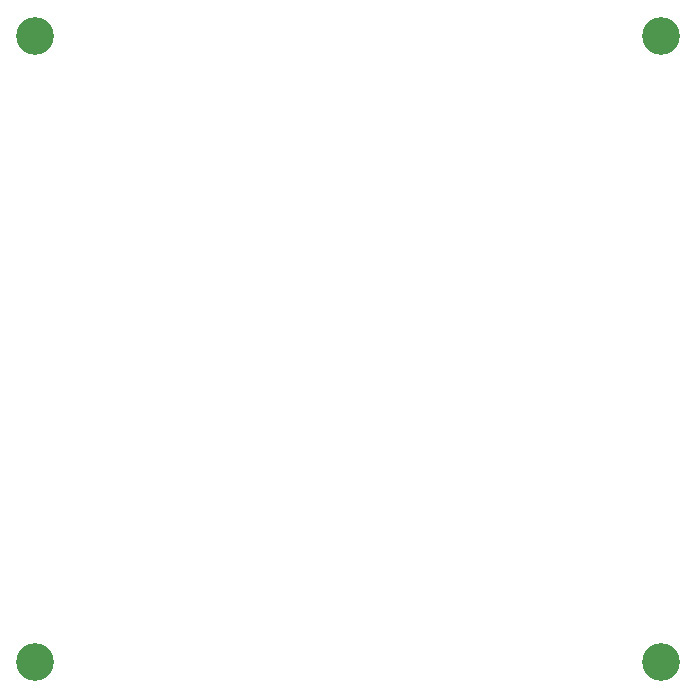
<source format=gbr>
%TF.GenerationSoftware,KiCad,Pcbnew,8.0.4*%
%TF.CreationDate,2024-08-27T17:02:55+01:00*%
%TF.ProjectId,Bottom Board,426f7474-6f6d-4204-926f-6172642e6b69,2*%
%TF.SameCoordinates,Original*%
%TF.FileFunction,Soldermask,Bot*%
%TF.FilePolarity,Negative*%
%FSLAX46Y46*%
G04 Gerber Fmt 4.6, Leading zero omitted, Abs format (unit mm)*
G04 Created by KiCad (PCBNEW 8.0.4) date 2024-08-27 17:02:55*
%MOMM*%
%LPD*%
G01*
G04 APERTURE LIST*
%ADD10C,3.200000*%
G04 APERTURE END LIST*
D10*
%TO.C,H102*%
X131500000Y-96500000D03*
%TD*%
%TO.C,H103*%
X78500000Y-96500000D03*
%TD*%
%TO.C,H104*%
X78500000Y-43500000D03*
%TD*%
%TO.C,H101*%
X131500000Y-43500000D03*
%TD*%
M02*

</source>
